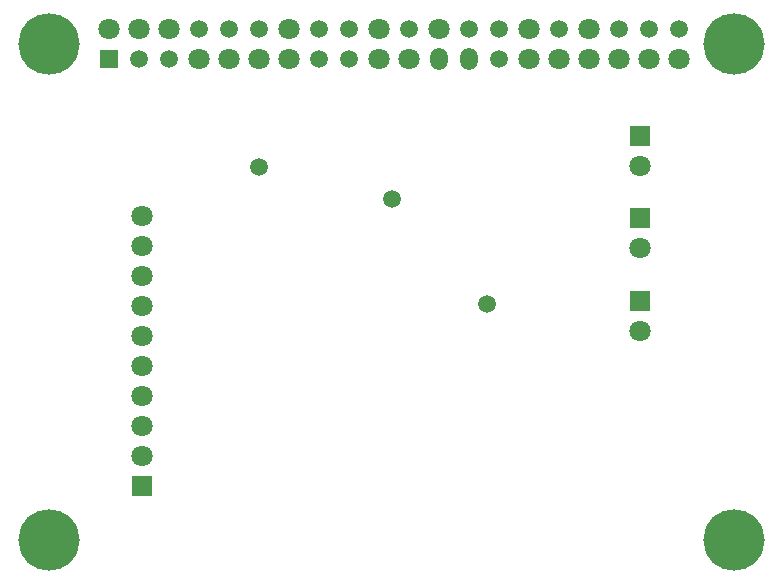
<source format=gbr>
%TF.GenerationSoftware,KiCad,Pcbnew,9.0.6*%
%TF.CreationDate,2025-12-10T21:10:53-05:00*%
%TF.ProjectId,portiloop,706f7274-696c-46f6-9f70-2e6b69636164,2.3*%
%TF.SameCoordinates,Original*%
%TF.FileFunction,Soldermask,Bot*%
%TF.FilePolarity,Negative*%
%FSLAX46Y46*%
G04 Gerber Fmt 4.6, Leading zero omitted, Abs format (unit mm)*
G04 Created by KiCad (PCBNEW 9.0.6) date 2025-12-10 21:10:53*
%MOMM*%
%LPD*%
G01*
G04 APERTURE LIST*
%ADD10C,0.600000*%
%ADD11C,5.200000*%
%ADD12C,1.500000*%
%ADD13R,1.800000X1.800000*%
%ADD14C,1.800000*%
%ADD15R,1.500000X1.500000*%
%ADD16O,1.500000X1.900000*%
G04 APERTURE END LIST*
D10*
%TO.C,M2*%
X72119520Y-82637510D03*
X72705310Y-81223300D03*
X72705310Y-84051720D03*
X74119520Y-80637510D03*
D11*
X74119520Y-82637510D03*
D10*
X74119520Y-84637510D03*
X75533730Y-81223300D03*
X75533730Y-84051720D03*
X76119520Y-82637510D03*
%TD*%
D12*
%TO.C,TP3*%
X91853520Y-51059510D03*
%TD*%
D13*
%TO.C,JMP1-R1*%
X124097990Y-48364340D03*
D14*
X124097990Y-50904340D03*
%TD*%
D12*
%TO.C,TP1*%
X103156520Y-53737510D03*
%TD*%
D10*
%TO.C,M4*%
X72119520Y-40637510D03*
X72705310Y-39223300D03*
X72705310Y-42051720D03*
X74119520Y-38637510D03*
D11*
X74119520Y-40637510D03*
D10*
X74119520Y-42637510D03*
X75533730Y-39223300D03*
X75533730Y-42051720D03*
X76119520Y-40637510D03*
%TD*%
D13*
%TO.C,JMP2-R1*%
X124097990Y-55364340D03*
D14*
X124097990Y-57904340D03*
%TD*%
D10*
%TO.C,M3*%
X130119520Y-40637510D03*
X130705310Y-39223300D03*
X130705310Y-42051720D03*
X132119520Y-38637510D03*
D11*
X132119520Y-40637510D03*
D10*
X132119520Y-42637510D03*
X133533730Y-39223300D03*
X133533730Y-42051720D03*
X134119520Y-40637510D03*
%TD*%
%TO.C,M1*%
X130119520Y-82637510D03*
X130705310Y-81223300D03*
X130705310Y-84051720D03*
X132119520Y-80637510D03*
D11*
X132119520Y-82637510D03*
D10*
X132119520Y-84637510D03*
X133533730Y-81223300D03*
X133533730Y-84051720D03*
X134119520Y-82637510D03*
%TD*%
D13*
%TO.C,JMP3-R1*%
X124097990Y-62364340D03*
D14*
X124097990Y-64904340D03*
%TD*%
D13*
%TO.C,J2-R1*%
X81937990Y-78064340D03*
D14*
X81937990Y-75524340D03*
X81937990Y-72984340D03*
X81937990Y-70444340D03*
X81937990Y-67904340D03*
X81937990Y-65364340D03*
X81937990Y-62824340D03*
X81937990Y-60284340D03*
X81937990Y-57744340D03*
X81937990Y-55204340D03*
%TD*%
D12*
%TO.C,TP2*%
X111157520Y-62616510D03*
%TD*%
D15*
%TO.C,J1-A1*%
X79151030Y-41862550D03*
D14*
X79151030Y-39322550D03*
D12*
X81691030Y-41862550D03*
D14*
X81691030Y-39322550D03*
D12*
X84231030Y-41862550D03*
D14*
X84231030Y-39322550D03*
X86771030Y-41862550D03*
D12*
X86771030Y-39322550D03*
D14*
X89311030Y-41862550D03*
D12*
X89311030Y-39322550D03*
D14*
X91851030Y-41862550D03*
D12*
X91851030Y-39322550D03*
D14*
X94391030Y-41862550D03*
X94391030Y-39322550D03*
D12*
X96931030Y-41862550D03*
X96931030Y-39322550D03*
X99471030Y-41862550D03*
X99471030Y-39322550D03*
D14*
X102011030Y-41862550D03*
X102011030Y-39322550D03*
X104551030Y-41862550D03*
D12*
X104551030Y-39322550D03*
D16*
X107091030Y-41862550D03*
D14*
X107091030Y-39322550D03*
D16*
X109631030Y-41862550D03*
D12*
X109631030Y-39322550D03*
X112171030Y-41862550D03*
X112171030Y-39322550D03*
D14*
X114711030Y-41862550D03*
X114711030Y-39322550D03*
X117251030Y-41862550D03*
D12*
X117251030Y-39322550D03*
D14*
X119791030Y-41862550D03*
X119791030Y-39322550D03*
X122331030Y-41862550D03*
D12*
X122331030Y-39322550D03*
D14*
X124871030Y-41862550D03*
D12*
X124871030Y-39322550D03*
D14*
X127411030Y-41862550D03*
D12*
X127411030Y-39322550D03*
%TD*%
M02*

</source>
